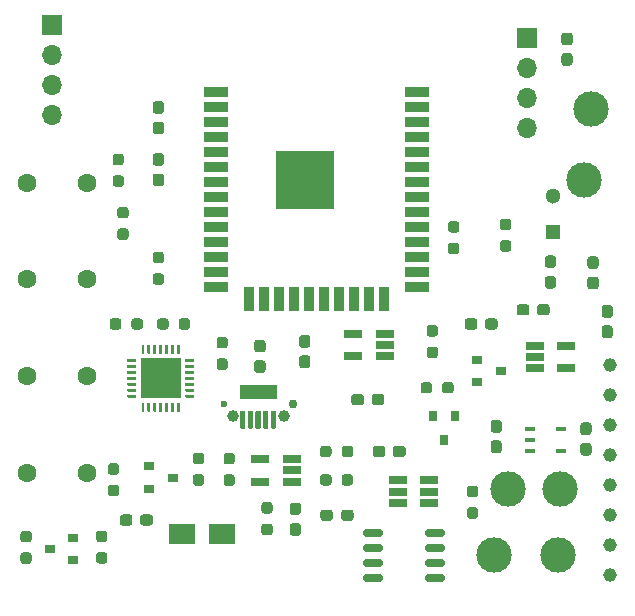
<source format=gbr>
%TF.GenerationSoftware,KiCad,Pcbnew,(5.1.10)-1*%
%TF.CreationDate,2022-02-13T15:16:36-05:00*%
%TF.ProjectId,wristband,77726973-7462-4616-9e64-2e6b69636164,rev?*%
%TF.SameCoordinates,Original*%
%TF.FileFunction,Soldermask,Top*%
%TF.FilePolarity,Negative*%
%FSLAX46Y46*%
G04 Gerber Fmt 4.6, Leading zero omitted, Abs format (unit mm)*
G04 Created by KiCad (PCBNEW (5.1.10)-1) date 2022-02-13 15:16:36*
%MOMM*%
%LPD*%
G01*
G04 APERTURE LIST*
%ADD10C,0.010000*%
%ADD11C,3.000000*%
%ADD12C,0.490000*%
%ADD13C,0.750000*%
%ADD14C,0.600000*%
%ADD15C,1.000000*%
%ADD16C,1.150000*%
%ADD17O,1.700000X1.700000*%
%ADD18R,1.700000X1.700000*%
%ADD19C,1.300000*%
%ADD20R,1.200000X1.200000*%
%ADD21R,2.184400X1.651000*%
%ADD22R,0.800000X0.900000*%
%ADD23R,0.900000X0.800000*%
%ADD24C,1.600000*%
%ADD25R,5.000000X5.000000*%
%ADD26R,2.000000X0.900000*%
%ADD27R,0.900000X2.000000*%
%ADD28R,3.350000X3.350000*%
%ADD29R,1.560000X0.650000*%
%ADD30R,0.914400X0.431800*%
G04 APERTURE END LIST*
D10*
%TO.C,P1*%
G36*
X105348960Y-98350000D02*
G01*
X108350000Y-98350000D01*
X108350000Y-99449654D01*
X105348960Y-99449654D01*
X105348960Y-98350000D01*
G37*
X105348960Y-98350000D02*
X108350000Y-98350000D01*
X108350000Y-99449654D01*
X105348960Y-99449654D01*
X105348960Y-98350000D01*
%TD*%
D11*
%TO.C,TP6*%
X135000000Y-75000000D03*
%TD*%
%TO.C,TP5*%
X126800000Y-112800000D03*
%TD*%
%TO.C,TP4*%
X132400000Y-107200000D03*
%TD*%
%TO.C,TP3*%
X132200000Y-112800000D03*
%TD*%
%TO.C,TP2*%
X128000000Y-107200000D03*
%TD*%
%TO.C,TP1*%
X134400000Y-81000000D03*
%TD*%
D12*
%TO.C,P1*%
X106850000Y-98900000D03*
D13*
X109775000Y-99950000D03*
D14*
X103925000Y-99950000D03*
D15*
X109000000Y-101000000D03*
X104700000Y-101000000D03*
G36*
G01*
X107925000Y-101982500D02*
X107925000Y-100617500D01*
G75*
G02*
X107992500Y-100550000I67500J0D01*
G01*
X108307500Y-100550000D01*
G75*
G02*
X108375000Y-100617500I0J-67500D01*
G01*
X108375000Y-101982500D01*
G75*
G02*
X108307500Y-102050000I-67500J0D01*
G01*
X107992500Y-102050000D01*
G75*
G02*
X107925000Y-101982500I0J67500D01*
G01*
G37*
G36*
G01*
X107275000Y-101982500D02*
X107275000Y-100617500D01*
G75*
G02*
X107342500Y-100550000I67500J0D01*
G01*
X107657500Y-100550000D01*
G75*
G02*
X107725000Y-100617500I0J-67500D01*
G01*
X107725000Y-101982500D01*
G75*
G02*
X107657500Y-102050000I-67500J0D01*
G01*
X107342500Y-102050000D01*
G75*
G02*
X107275000Y-101982500I0J67500D01*
G01*
G37*
G36*
G01*
X106625000Y-101982500D02*
X106625000Y-100617500D01*
G75*
G02*
X106692500Y-100550000I67500J0D01*
G01*
X107007500Y-100550000D01*
G75*
G02*
X107075000Y-100617500I0J-67500D01*
G01*
X107075000Y-101982500D01*
G75*
G02*
X107007500Y-102050000I-67500J0D01*
G01*
X106692500Y-102050000D01*
G75*
G02*
X106625000Y-101982500I0J67500D01*
G01*
G37*
G36*
G01*
X105975000Y-101982500D02*
X105975000Y-100617500D01*
G75*
G02*
X106042500Y-100550000I67500J0D01*
G01*
X106357500Y-100550000D01*
G75*
G02*
X106425000Y-100617500I0J-67500D01*
G01*
X106425000Y-101982500D01*
G75*
G02*
X106357500Y-102050000I-67500J0D01*
G01*
X106042500Y-102050000D01*
G75*
G02*
X105975000Y-101982500I0J67500D01*
G01*
G37*
G36*
G01*
X105325000Y-101982500D02*
X105325000Y-100617500D01*
G75*
G02*
X105392500Y-100550000I67500J0D01*
G01*
X105707500Y-100550000D01*
G75*
G02*
X105775000Y-100617500I0J-67500D01*
G01*
X105775000Y-101982500D01*
G75*
G02*
X105707500Y-102050000I-67500J0D01*
G01*
X105392500Y-102050000D01*
G75*
G02*
X105325000Y-101982500I0J67500D01*
G01*
G37*
%TD*%
D16*
%TO.C,U9*%
X136600000Y-104330000D03*
X136600000Y-101790000D03*
X136600000Y-99250000D03*
X136600000Y-96710000D03*
X136600000Y-106870000D03*
X136600000Y-109410000D03*
X136600000Y-111950000D03*
X136600000Y-114490000D03*
%TD*%
%TO.C,F1*%
G36*
G01*
X131837500Y-88450000D02*
X131362500Y-88450000D01*
G75*
G02*
X131125000Y-88212500I0J237500D01*
G01*
X131125000Y-87637500D01*
G75*
G02*
X131362500Y-87400000I237500J0D01*
G01*
X131837500Y-87400000D01*
G75*
G02*
X132075000Y-87637500I0J-237500D01*
G01*
X132075000Y-88212500D01*
G75*
G02*
X131837500Y-88450000I-237500J0D01*
G01*
G37*
G36*
G01*
X131837500Y-90200000D02*
X131362500Y-90200000D01*
G75*
G02*
X131125000Y-89962500I0J237500D01*
G01*
X131125000Y-89387500D01*
G75*
G02*
X131362500Y-89150000I237500J0D01*
G01*
X131837500Y-89150000D01*
G75*
G02*
X132075000Y-89387500I0J-237500D01*
G01*
X132075000Y-89962500D01*
G75*
G02*
X131837500Y-90200000I-237500J0D01*
G01*
G37*
%TD*%
D17*
%TO.C,J3*%
X129600000Y-76620000D03*
X129600000Y-74080000D03*
X129600000Y-71540000D03*
D18*
X129600000Y-69000000D03*
%TD*%
D17*
%TO.C,J2*%
X89400000Y-75480000D03*
X89400000Y-72940000D03*
X89400000Y-70400000D03*
D18*
X89400000Y-67860000D03*
%TD*%
D19*
%TO.C,BT1*%
X131800000Y-82400000D03*
D20*
X131800000Y-85400000D03*
%TD*%
%TO.C,C1*%
G36*
G01*
X136637500Y-94400000D02*
X136162500Y-94400000D01*
G75*
G02*
X135925000Y-94162500I0J237500D01*
G01*
X135925000Y-93562500D01*
G75*
G02*
X136162500Y-93325000I237500J0D01*
G01*
X136637500Y-93325000D01*
G75*
G02*
X136875000Y-93562500I0J-237500D01*
G01*
X136875000Y-94162500D01*
G75*
G02*
X136637500Y-94400000I-237500J0D01*
G01*
G37*
G36*
G01*
X136637500Y-92675000D02*
X136162500Y-92675000D01*
G75*
G02*
X135925000Y-92437500I0J237500D01*
G01*
X135925000Y-91837500D01*
G75*
G02*
X136162500Y-91600000I237500J0D01*
G01*
X136637500Y-91600000D01*
G75*
G02*
X136875000Y-91837500I0J-237500D01*
G01*
X136875000Y-92437500D01*
G75*
G02*
X136637500Y-92675000I-237500J0D01*
G01*
G37*
%TD*%
%TO.C,C2*%
G36*
G01*
X98162500Y-80462500D02*
X98637500Y-80462500D01*
G75*
G02*
X98875000Y-80700000I0J-237500D01*
G01*
X98875000Y-81300000D01*
G75*
G02*
X98637500Y-81537500I-237500J0D01*
G01*
X98162500Y-81537500D01*
G75*
G02*
X97925000Y-81300000I0J237500D01*
G01*
X97925000Y-80700000D01*
G75*
G02*
X98162500Y-80462500I237500J0D01*
G01*
G37*
G36*
G01*
X98162500Y-78737500D02*
X98637500Y-78737500D01*
G75*
G02*
X98875000Y-78975000I0J-237500D01*
G01*
X98875000Y-79575000D01*
G75*
G02*
X98637500Y-79812500I-237500J0D01*
G01*
X98162500Y-79812500D01*
G75*
G02*
X97925000Y-79575000I0J237500D01*
G01*
X97925000Y-78975000D01*
G75*
G02*
X98162500Y-78737500I237500J0D01*
G01*
G37*
%TD*%
%TO.C,C3*%
G36*
G01*
X98162500Y-74337500D02*
X98637500Y-74337500D01*
G75*
G02*
X98875000Y-74575000I0J-237500D01*
G01*
X98875000Y-75175000D01*
G75*
G02*
X98637500Y-75412500I-237500J0D01*
G01*
X98162500Y-75412500D01*
G75*
G02*
X97925000Y-75175000I0J237500D01*
G01*
X97925000Y-74575000D01*
G75*
G02*
X98162500Y-74337500I237500J0D01*
G01*
G37*
G36*
G01*
X98162500Y-76062500D02*
X98637500Y-76062500D01*
G75*
G02*
X98875000Y-76300000I0J-237500D01*
G01*
X98875000Y-76900000D01*
G75*
G02*
X98637500Y-77137500I-237500J0D01*
G01*
X98162500Y-77137500D01*
G75*
G02*
X97925000Y-76900000I0J237500D01*
G01*
X97925000Y-76300000D01*
G75*
G02*
X98162500Y-76062500I237500J0D01*
G01*
G37*
%TD*%
%TO.C,C4*%
G36*
G01*
X107237500Y-97337500D02*
X106762500Y-97337500D01*
G75*
G02*
X106525000Y-97100000I0J237500D01*
G01*
X106525000Y-96500000D01*
G75*
G02*
X106762500Y-96262500I237500J0D01*
G01*
X107237500Y-96262500D01*
G75*
G02*
X107475000Y-96500000I0J-237500D01*
G01*
X107475000Y-97100000D01*
G75*
G02*
X107237500Y-97337500I-237500J0D01*
G01*
G37*
G36*
G01*
X107237500Y-95612500D02*
X106762500Y-95612500D01*
G75*
G02*
X106525000Y-95375000I0J237500D01*
G01*
X106525000Y-94775000D01*
G75*
G02*
X106762500Y-94537500I237500J0D01*
G01*
X107237500Y-94537500D01*
G75*
G02*
X107475000Y-94775000I0J-237500D01*
G01*
X107475000Y-95375000D01*
G75*
G02*
X107237500Y-95612500I-237500J0D01*
G01*
G37*
%TD*%
%TO.C,C5*%
G36*
G01*
X132762500Y-70262500D02*
X133237500Y-70262500D01*
G75*
G02*
X133475000Y-70500000I0J-237500D01*
G01*
X133475000Y-71100000D01*
G75*
G02*
X133237500Y-71337500I-237500J0D01*
G01*
X132762500Y-71337500D01*
G75*
G02*
X132525000Y-71100000I0J237500D01*
G01*
X132525000Y-70500000D01*
G75*
G02*
X132762500Y-70262500I237500J0D01*
G01*
G37*
G36*
G01*
X132762500Y-68537500D02*
X133237500Y-68537500D01*
G75*
G02*
X133475000Y-68775000I0J-237500D01*
G01*
X133475000Y-69375000D01*
G75*
G02*
X133237500Y-69612500I-237500J0D01*
G01*
X132762500Y-69612500D01*
G75*
G02*
X132525000Y-69375000I0J237500D01*
G01*
X132525000Y-68775000D01*
G75*
G02*
X132762500Y-68537500I237500J0D01*
G01*
G37*
%TD*%
%TO.C,C6*%
G36*
G01*
X118262500Y-104237500D02*
X118262500Y-103762500D01*
G75*
G02*
X118500000Y-103525000I237500J0D01*
G01*
X119100000Y-103525000D01*
G75*
G02*
X119337500Y-103762500I0J-237500D01*
G01*
X119337500Y-104237500D01*
G75*
G02*
X119100000Y-104475000I-237500J0D01*
G01*
X118500000Y-104475000D01*
G75*
G02*
X118262500Y-104237500I0J237500D01*
G01*
G37*
G36*
G01*
X116537500Y-104237500D02*
X116537500Y-103762500D01*
G75*
G02*
X116775000Y-103525000I237500J0D01*
G01*
X117375000Y-103525000D01*
G75*
G02*
X117612500Y-103762500I0J-237500D01*
G01*
X117612500Y-104237500D01*
G75*
G02*
X117375000Y-104475000I-237500J0D01*
G01*
X116775000Y-104475000D01*
G75*
G02*
X116537500Y-104237500I0J237500D01*
G01*
G37*
%TD*%
%TO.C,C7*%
G36*
G01*
X117537500Y-99362500D02*
X117537500Y-99837500D01*
G75*
G02*
X117300000Y-100075000I-237500J0D01*
G01*
X116700000Y-100075000D01*
G75*
G02*
X116462500Y-99837500I0J237500D01*
G01*
X116462500Y-99362500D01*
G75*
G02*
X116700000Y-99125000I237500J0D01*
G01*
X117300000Y-99125000D01*
G75*
G02*
X117537500Y-99362500I0J-237500D01*
G01*
G37*
G36*
G01*
X115812500Y-99362500D02*
X115812500Y-99837500D01*
G75*
G02*
X115575000Y-100075000I-237500J0D01*
G01*
X114975000Y-100075000D01*
G75*
G02*
X114737500Y-99837500I0J237500D01*
G01*
X114737500Y-99362500D01*
G75*
G02*
X114975000Y-99125000I237500J0D01*
G01*
X115575000Y-99125000D01*
G75*
G02*
X115812500Y-99362500I0J-237500D01*
G01*
G37*
%TD*%
%TO.C,C8*%
G36*
G01*
X127137500Y-92962500D02*
X127137500Y-93437500D01*
G75*
G02*
X126900000Y-93675000I-237500J0D01*
G01*
X126300000Y-93675000D01*
G75*
G02*
X126062500Y-93437500I0J237500D01*
G01*
X126062500Y-92962500D01*
G75*
G02*
X126300000Y-92725000I237500J0D01*
G01*
X126900000Y-92725000D01*
G75*
G02*
X127137500Y-92962500I0J-237500D01*
G01*
G37*
G36*
G01*
X125412500Y-92962500D02*
X125412500Y-93437500D01*
G75*
G02*
X125175000Y-93675000I-237500J0D01*
G01*
X124575000Y-93675000D01*
G75*
G02*
X124337500Y-93437500I0J237500D01*
G01*
X124337500Y-92962500D01*
G75*
G02*
X124575000Y-92725000I237500J0D01*
G01*
X125175000Y-92725000D01*
G75*
G02*
X125412500Y-92962500I0J-237500D01*
G01*
G37*
%TD*%
%TO.C,C9*%
G36*
G01*
X131537500Y-91762500D02*
X131537500Y-92237500D01*
G75*
G02*
X131300000Y-92475000I-237500J0D01*
G01*
X130700000Y-92475000D01*
G75*
G02*
X130462500Y-92237500I0J237500D01*
G01*
X130462500Y-91762500D01*
G75*
G02*
X130700000Y-91525000I237500J0D01*
G01*
X131300000Y-91525000D01*
G75*
G02*
X131537500Y-91762500I0J-237500D01*
G01*
G37*
G36*
G01*
X129812500Y-91762500D02*
X129812500Y-92237500D01*
G75*
G02*
X129575000Y-92475000I-237500J0D01*
G01*
X128975000Y-92475000D01*
G75*
G02*
X128737500Y-92237500I0J237500D01*
G01*
X128737500Y-91762500D01*
G75*
G02*
X128975000Y-91525000I237500J0D01*
G01*
X129575000Y-91525000D01*
G75*
G02*
X129812500Y-91762500I0J-237500D01*
G01*
G37*
%TD*%
%TO.C,C10*%
G36*
G01*
X135437500Y-88537500D02*
X134962500Y-88537500D01*
G75*
G02*
X134725000Y-88300000I0J237500D01*
G01*
X134725000Y-87700000D01*
G75*
G02*
X134962500Y-87462500I237500J0D01*
G01*
X135437500Y-87462500D01*
G75*
G02*
X135675000Y-87700000I0J-237500D01*
G01*
X135675000Y-88300000D01*
G75*
G02*
X135437500Y-88537500I-237500J0D01*
G01*
G37*
G36*
G01*
X135437500Y-90262500D02*
X134962500Y-90262500D01*
G75*
G02*
X134725000Y-90025000I0J237500D01*
G01*
X134725000Y-89425000D01*
G75*
G02*
X134962500Y-89187500I237500J0D01*
G01*
X135437500Y-89187500D01*
G75*
G02*
X135675000Y-89425000I0J-237500D01*
G01*
X135675000Y-90025000D01*
G75*
G02*
X135437500Y-90262500I-237500J0D01*
G01*
G37*
%TD*%
%TO.C,C11*%
G36*
G01*
X126762500Y-103062500D02*
X127237500Y-103062500D01*
G75*
G02*
X127475000Y-103300000I0J-237500D01*
G01*
X127475000Y-103900000D01*
G75*
G02*
X127237500Y-104137500I-237500J0D01*
G01*
X126762500Y-104137500D01*
G75*
G02*
X126525000Y-103900000I0J237500D01*
G01*
X126525000Y-103300000D01*
G75*
G02*
X126762500Y-103062500I237500J0D01*
G01*
G37*
G36*
G01*
X126762500Y-101337500D02*
X127237500Y-101337500D01*
G75*
G02*
X127475000Y-101575000I0J-237500D01*
G01*
X127475000Y-102175000D01*
G75*
G02*
X127237500Y-102412500I-237500J0D01*
G01*
X126762500Y-102412500D01*
G75*
G02*
X126525000Y-102175000I0J237500D01*
G01*
X126525000Y-101575000D01*
G75*
G02*
X126762500Y-101337500I237500J0D01*
G01*
G37*
%TD*%
%TO.C,C12*%
G36*
G01*
X134362500Y-103262500D02*
X134837500Y-103262500D01*
G75*
G02*
X135075000Y-103500000I0J-237500D01*
G01*
X135075000Y-104100000D01*
G75*
G02*
X134837500Y-104337500I-237500J0D01*
G01*
X134362500Y-104337500D01*
G75*
G02*
X134125000Y-104100000I0J237500D01*
G01*
X134125000Y-103500000D01*
G75*
G02*
X134362500Y-103262500I237500J0D01*
G01*
G37*
G36*
G01*
X134362500Y-101537500D02*
X134837500Y-101537500D01*
G75*
G02*
X135075000Y-101775000I0J-237500D01*
G01*
X135075000Y-102375000D01*
G75*
G02*
X134837500Y-102612500I-237500J0D01*
G01*
X134362500Y-102612500D01*
G75*
G02*
X134125000Y-102375000I0J237500D01*
G01*
X134125000Y-101775000D01*
G75*
G02*
X134362500Y-101537500I237500J0D01*
G01*
G37*
%TD*%
%TO.C,C13*%
G36*
G01*
X111037500Y-95212500D02*
X110562500Y-95212500D01*
G75*
G02*
X110325000Y-94975000I0J237500D01*
G01*
X110325000Y-94375000D01*
G75*
G02*
X110562500Y-94137500I237500J0D01*
G01*
X111037500Y-94137500D01*
G75*
G02*
X111275000Y-94375000I0J-237500D01*
G01*
X111275000Y-94975000D01*
G75*
G02*
X111037500Y-95212500I-237500J0D01*
G01*
G37*
G36*
G01*
X111037500Y-96937500D02*
X110562500Y-96937500D01*
G75*
G02*
X110325000Y-96700000I0J237500D01*
G01*
X110325000Y-96100000D01*
G75*
G02*
X110562500Y-95862500I237500J0D01*
G01*
X111037500Y-95862500D01*
G75*
G02*
X111275000Y-96100000I0J-237500D01*
G01*
X111275000Y-96700000D01*
G75*
G02*
X111037500Y-96937500I-237500J0D01*
G01*
G37*
%TD*%
%TO.C,C14*%
G36*
G01*
X97937500Y-109562500D02*
X97937500Y-110037500D01*
G75*
G02*
X97700000Y-110275000I-237500J0D01*
G01*
X97100000Y-110275000D01*
G75*
G02*
X96862500Y-110037500I0J237500D01*
G01*
X96862500Y-109562500D01*
G75*
G02*
X97100000Y-109325000I237500J0D01*
G01*
X97700000Y-109325000D01*
G75*
G02*
X97937500Y-109562500I0J-237500D01*
G01*
G37*
G36*
G01*
X96212500Y-109562500D02*
X96212500Y-110037500D01*
G75*
G02*
X95975000Y-110275000I-237500J0D01*
G01*
X95375000Y-110275000D01*
G75*
G02*
X95137500Y-110037500I0J237500D01*
G01*
X95137500Y-109562500D01*
G75*
G02*
X95375000Y-109325000I237500J0D01*
G01*
X95975000Y-109325000D01*
G75*
G02*
X96212500Y-109562500I0J-237500D01*
G01*
G37*
%TD*%
D21*
%TO.C,D1*%
X103800000Y-111000000D03*
X100396400Y-111000000D03*
%TD*%
%TO.C,D2*%
G36*
G01*
X112125000Y-109637500D02*
X112125000Y-109162500D01*
G75*
G02*
X112362500Y-108925000I237500J0D01*
G01*
X112937500Y-108925000D01*
G75*
G02*
X113175000Y-109162500I0J-237500D01*
G01*
X113175000Y-109637500D01*
G75*
G02*
X112937500Y-109875000I-237500J0D01*
G01*
X112362500Y-109875000D01*
G75*
G02*
X112125000Y-109637500I0J237500D01*
G01*
G37*
G36*
G01*
X113875000Y-109637500D02*
X113875000Y-109162500D01*
G75*
G02*
X114112500Y-108925000I237500J0D01*
G01*
X114687500Y-108925000D01*
G75*
G02*
X114925000Y-109162500I0J-237500D01*
G01*
X114925000Y-109637500D01*
G75*
G02*
X114687500Y-109875000I-237500J0D01*
G01*
X114112500Y-109875000D01*
G75*
G02*
X113875000Y-109637500I0J237500D01*
G01*
G37*
%TD*%
%TO.C,D3*%
G36*
G01*
X109762500Y-110075000D02*
X110237500Y-110075000D01*
G75*
G02*
X110475000Y-110312500I0J-237500D01*
G01*
X110475000Y-110887500D01*
G75*
G02*
X110237500Y-111125000I-237500J0D01*
G01*
X109762500Y-111125000D01*
G75*
G02*
X109525000Y-110887500I0J237500D01*
G01*
X109525000Y-110312500D01*
G75*
G02*
X109762500Y-110075000I237500J0D01*
G01*
G37*
G36*
G01*
X109762500Y-108325000D02*
X110237500Y-108325000D01*
G75*
G02*
X110475000Y-108562500I0J-237500D01*
G01*
X110475000Y-109137500D01*
G75*
G02*
X110237500Y-109375000I-237500J0D01*
G01*
X109762500Y-109375000D01*
G75*
G02*
X109525000Y-109137500I0J237500D01*
G01*
X109525000Y-108562500D01*
G75*
G02*
X109762500Y-108325000I237500J0D01*
G01*
G37*
%TD*%
D22*
%TO.C,Q1*%
X122600000Y-103000000D03*
X121650000Y-101000000D03*
X123550000Y-101000000D03*
%TD*%
D23*
%TO.C,Q2*%
X125400000Y-96250000D03*
X125400000Y-98150000D03*
X127400000Y-97200000D03*
%TD*%
%TO.C,Q3*%
X91200000Y-113200000D03*
X91200000Y-111300000D03*
X89200000Y-112250000D03*
%TD*%
%TO.C,Q4*%
X99600000Y-106200000D03*
X97600000Y-107150000D03*
X97600000Y-105250000D03*
%TD*%
%TO.C,R1*%
G36*
G01*
X123162500Y-84487500D02*
X123637500Y-84487500D01*
G75*
G02*
X123875000Y-84725000I0J-237500D01*
G01*
X123875000Y-85225000D01*
G75*
G02*
X123637500Y-85462500I-237500J0D01*
G01*
X123162500Y-85462500D01*
G75*
G02*
X122925000Y-85225000I0J237500D01*
G01*
X122925000Y-84725000D01*
G75*
G02*
X123162500Y-84487500I237500J0D01*
G01*
G37*
G36*
G01*
X123162500Y-86312500D02*
X123637500Y-86312500D01*
G75*
G02*
X123875000Y-86550000I0J-237500D01*
G01*
X123875000Y-87050000D01*
G75*
G02*
X123637500Y-87287500I-237500J0D01*
G01*
X123162500Y-87287500D01*
G75*
G02*
X122925000Y-87050000I0J237500D01*
G01*
X122925000Y-86550000D01*
G75*
G02*
X123162500Y-86312500I237500J0D01*
G01*
G37*
%TD*%
%TO.C,R2*%
G36*
G01*
X97087500Y-92962500D02*
X97087500Y-93437500D01*
G75*
G02*
X96850000Y-93675000I-237500J0D01*
G01*
X96350000Y-93675000D01*
G75*
G02*
X96112500Y-93437500I0J237500D01*
G01*
X96112500Y-92962500D01*
G75*
G02*
X96350000Y-92725000I237500J0D01*
G01*
X96850000Y-92725000D01*
G75*
G02*
X97087500Y-92962500I0J-237500D01*
G01*
G37*
G36*
G01*
X95262500Y-92962500D02*
X95262500Y-93437500D01*
G75*
G02*
X95025000Y-93675000I-237500J0D01*
G01*
X94525000Y-93675000D01*
G75*
G02*
X94287500Y-93437500I0J237500D01*
G01*
X94287500Y-92962500D01*
G75*
G02*
X94525000Y-92725000I237500J0D01*
G01*
X95025000Y-92725000D01*
G75*
G02*
X95262500Y-92962500I0J-237500D01*
G01*
G37*
%TD*%
%TO.C,R3*%
G36*
G01*
X99262500Y-92962500D02*
X99262500Y-93437500D01*
G75*
G02*
X99025000Y-93675000I-237500J0D01*
G01*
X98525000Y-93675000D01*
G75*
G02*
X98287500Y-93437500I0J237500D01*
G01*
X98287500Y-92962500D01*
G75*
G02*
X98525000Y-92725000I237500J0D01*
G01*
X99025000Y-92725000D01*
G75*
G02*
X99262500Y-92962500I0J-237500D01*
G01*
G37*
G36*
G01*
X101087500Y-92962500D02*
X101087500Y-93437500D01*
G75*
G02*
X100850000Y-93675000I-237500J0D01*
G01*
X100350000Y-93675000D01*
G75*
G02*
X100112500Y-93437500I0J237500D01*
G01*
X100112500Y-92962500D01*
G75*
G02*
X100350000Y-92725000I237500J0D01*
G01*
X100850000Y-92725000D01*
G75*
G02*
X101087500Y-92962500I0J-237500D01*
G01*
G37*
%TD*%
%TO.C,R4*%
G36*
G01*
X103562500Y-96112500D02*
X104037500Y-96112500D01*
G75*
G02*
X104275000Y-96350000I0J-237500D01*
G01*
X104275000Y-96850000D01*
G75*
G02*
X104037500Y-97087500I-237500J0D01*
G01*
X103562500Y-97087500D01*
G75*
G02*
X103325000Y-96850000I0J237500D01*
G01*
X103325000Y-96350000D01*
G75*
G02*
X103562500Y-96112500I237500J0D01*
G01*
G37*
G36*
G01*
X103562500Y-94287500D02*
X104037500Y-94287500D01*
G75*
G02*
X104275000Y-94525000I0J-237500D01*
G01*
X104275000Y-95025000D01*
G75*
G02*
X104037500Y-95262500I-237500J0D01*
G01*
X103562500Y-95262500D01*
G75*
G02*
X103325000Y-95025000I0J237500D01*
G01*
X103325000Y-94525000D01*
G75*
G02*
X103562500Y-94287500I237500J0D01*
G01*
G37*
%TD*%
%TO.C,R5*%
G36*
G01*
X121837500Y-96087500D02*
X121362500Y-96087500D01*
G75*
G02*
X121125000Y-95850000I0J237500D01*
G01*
X121125000Y-95350000D01*
G75*
G02*
X121362500Y-95112500I237500J0D01*
G01*
X121837500Y-95112500D01*
G75*
G02*
X122075000Y-95350000I0J-237500D01*
G01*
X122075000Y-95850000D01*
G75*
G02*
X121837500Y-96087500I-237500J0D01*
G01*
G37*
G36*
G01*
X121837500Y-94262500D02*
X121362500Y-94262500D01*
G75*
G02*
X121125000Y-94025000I0J237500D01*
G01*
X121125000Y-93525000D01*
G75*
G02*
X121362500Y-93287500I237500J0D01*
G01*
X121837500Y-93287500D01*
G75*
G02*
X122075000Y-93525000I0J-237500D01*
G01*
X122075000Y-94025000D01*
G75*
G02*
X121837500Y-94262500I-237500J0D01*
G01*
G37*
%TD*%
%TO.C,R6*%
G36*
G01*
X122425000Y-98837500D02*
X122425000Y-98362500D01*
G75*
G02*
X122662500Y-98125000I237500J0D01*
G01*
X123162500Y-98125000D01*
G75*
G02*
X123400000Y-98362500I0J-237500D01*
G01*
X123400000Y-98837500D01*
G75*
G02*
X123162500Y-99075000I-237500J0D01*
G01*
X122662500Y-99075000D01*
G75*
G02*
X122425000Y-98837500I0J237500D01*
G01*
G37*
G36*
G01*
X120600000Y-98837500D02*
X120600000Y-98362500D01*
G75*
G02*
X120837500Y-98125000I237500J0D01*
G01*
X121337500Y-98125000D01*
G75*
G02*
X121575000Y-98362500I0J-237500D01*
G01*
X121575000Y-98837500D01*
G75*
G02*
X121337500Y-99075000I-237500J0D01*
G01*
X120837500Y-99075000D01*
G75*
G02*
X120600000Y-98837500I0J237500D01*
G01*
G37*
%TD*%
%TO.C,R7*%
G36*
G01*
X102037500Y-106887500D02*
X101562500Y-106887500D01*
G75*
G02*
X101325000Y-106650000I0J237500D01*
G01*
X101325000Y-106150000D01*
G75*
G02*
X101562500Y-105912500I237500J0D01*
G01*
X102037500Y-105912500D01*
G75*
G02*
X102275000Y-106150000I0J-237500D01*
G01*
X102275000Y-106650000D01*
G75*
G02*
X102037500Y-106887500I-237500J0D01*
G01*
G37*
G36*
G01*
X102037500Y-105062500D02*
X101562500Y-105062500D01*
G75*
G02*
X101325000Y-104825000I0J237500D01*
G01*
X101325000Y-104325000D01*
G75*
G02*
X101562500Y-104087500I237500J0D01*
G01*
X102037500Y-104087500D01*
G75*
G02*
X102275000Y-104325000I0J-237500D01*
G01*
X102275000Y-104825000D01*
G75*
G02*
X102037500Y-105062500I-237500J0D01*
G01*
G37*
%TD*%
%TO.C,R8*%
G36*
G01*
X104637500Y-106912500D02*
X104162500Y-106912500D01*
G75*
G02*
X103925000Y-106675000I0J237500D01*
G01*
X103925000Y-106175000D01*
G75*
G02*
X104162500Y-105937500I237500J0D01*
G01*
X104637500Y-105937500D01*
G75*
G02*
X104875000Y-106175000I0J-237500D01*
G01*
X104875000Y-106675000D01*
G75*
G02*
X104637500Y-106912500I-237500J0D01*
G01*
G37*
G36*
G01*
X104637500Y-105087500D02*
X104162500Y-105087500D01*
G75*
G02*
X103925000Y-104850000I0J237500D01*
G01*
X103925000Y-104350000D01*
G75*
G02*
X104162500Y-104112500I237500J0D01*
G01*
X104637500Y-104112500D01*
G75*
G02*
X104875000Y-104350000I0J-237500D01*
G01*
X104875000Y-104850000D01*
G75*
G02*
X104637500Y-105087500I-237500J0D01*
G01*
G37*
%TD*%
%TO.C,R9*%
G36*
G01*
X112087500Y-106637500D02*
X112087500Y-106162500D01*
G75*
G02*
X112325000Y-105925000I237500J0D01*
G01*
X112825000Y-105925000D01*
G75*
G02*
X113062500Y-106162500I0J-237500D01*
G01*
X113062500Y-106637500D01*
G75*
G02*
X112825000Y-106875000I-237500J0D01*
G01*
X112325000Y-106875000D01*
G75*
G02*
X112087500Y-106637500I0J237500D01*
G01*
G37*
G36*
G01*
X113912500Y-106637500D02*
X113912500Y-106162500D01*
G75*
G02*
X114150000Y-105925000I237500J0D01*
G01*
X114650000Y-105925000D01*
G75*
G02*
X114887500Y-106162500I0J-237500D01*
G01*
X114887500Y-106637500D01*
G75*
G02*
X114650000Y-106875000I-237500J0D01*
G01*
X114150000Y-106875000D01*
G75*
G02*
X113912500Y-106637500I0J237500D01*
G01*
G37*
%TD*%
%TO.C,R10*%
G36*
G01*
X107362500Y-110112500D02*
X107837500Y-110112500D01*
G75*
G02*
X108075000Y-110350000I0J-237500D01*
G01*
X108075000Y-110850000D01*
G75*
G02*
X107837500Y-111087500I-237500J0D01*
G01*
X107362500Y-111087500D01*
G75*
G02*
X107125000Y-110850000I0J237500D01*
G01*
X107125000Y-110350000D01*
G75*
G02*
X107362500Y-110112500I237500J0D01*
G01*
G37*
G36*
G01*
X107362500Y-108287500D02*
X107837500Y-108287500D01*
G75*
G02*
X108075000Y-108525000I0J-237500D01*
G01*
X108075000Y-109025000D01*
G75*
G02*
X107837500Y-109262500I-237500J0D01*
G01*
X107362500Y-109262500D01*
G75*
G02*
X107125000Y-109025000I0J237500D01*
G01*
X107125000Y-108525000D01*
G75*
G02*
X107362500Y-108287500I237500J0D01*
G01*
G37*
%TD*%
%TO.C,R11*%
G36*
G01*
X95162500Y-85112500D02*
X95637500Y-85112500D01*
G75*
G02*
X95875000Y-85350000I0J-237500D01*
G01*
X95875000Y-85850000D01*
G75*
G02*
X95637500Y-86087500I-237500J0D01*
G01*
X95162500Y-86087500D01*
G75*
G02*
X94925000Y-85850000I0J237500D01*
G01*
X94925000Y-85350000D01*
G75*
G02*
X95162500Y-85112500I237500J0D01*
G01*
G37*
G36*
G01*
X95162500Y-83287500D02*
X95637500Y-83287500D01*
G75*
G02*
X95875000Y-83525000I0J-237500D01*
G01*
X95875000Y-84025000D01*
G75*
G02*
X95637500Y-84262500I-237500J0D01*
G01*
X95162500Y-84262500D01*
G75*
G02*
X94925000Y-84025000I0J237500D01*
G01*
X94925000Y-83525000D01*
G75*
G02*
X95162500Y-83287500I237500J0D01*
G01*
G37*
%TD*%
%TO.C,R12*%
G36*
G01*
X98637500Y-88062500D02*
X98162500Y-88062500D01*
G75*
G02*
X97925000Y-87825000I0J237500D01*
G01*
X97925000Y-87325000D01*
G75*
G02*
X98162500Y-87087500I237500J0D01*
G01*
X98637500Y-87087500D01*
G75*
G02*
X98875000Y-87325000I0J-237500D01*
G01*
X98875000Y-87825000D01*
G75*
G02*
X98637500Y-88062500I-237500J0D01*
G01*
G37*
G36*
G01*
X98637500Y-89887500D02*
X98162500Y-89887500D01*
G75*
G02*
X97925000Y-89650000I0J237500D01*
G01*
X97925000Y-89150000D01*
G75*
G02*
X98162500Y-88912500I237500J0D01*
G01*
X98637500Y-88912500D01*
G75*
G02*
X98875000Y-89150000I0J-237500D01*
G01*
X98875000Y-89650000D01*
G75*
G02*
X98637500Y-89887500I-237500J0D01*
G01*
G37*
%TD*%
%TO.C,R13*%
G36*
G01*
X95237500Y-81587500D02*
X94762500Y-81587500D01*
G75*
G02*
X94525000Y-81350000I0J237500D01*
G01*
X94525000Y-80850000D01*
G75*
G02*
X94762500Y-80612500I237500J0D01*
G01*
X95237500Y-80612500D01*
G75*
G02*
X95475000Y-80850000I0J-237500D01*
G01*
X95475000Y-81350000D01*
G75*
G02*
X95237500Y-81587500I-237500J0D01*
G01*
G37*
G36*
G01*
X95237500Y-79762500D02*
X94762500Y-79762500D01*
G75*
G02*
X94525000Y-79525000I0J237500D01*
G01*
X94525000Y-79025000D01*
G75*
G02*
X94762500Y-78787500I237500J0D01*
G01*
X95237500Y-78787500D01*
G75*
G02*
X95475000Y-79025000I0J-237500D01*
G01*
X95475000Y-79525000D01*
G75*
G02*
X95237500Y-79762500I-237500J0D01*
G01*
G37*
%TD*%
%TO.C,R14*%
G36*
G01*
X93837500Y-113487500D02*
X93362500Y-113487500D01*
G75*
G02*
X93125000Y-113250000I0J237500D01*
G01*
X93125000Y-112750000D01*
G75*
G02*
X93362500Y-112512500I237500J0D01*
G01*
X93837500Y-112512500D01*
G75*
G02*
X94075000Y-112750000I0J-237500D01*
G01*
X94075000Y-113250000D01*
G75*
G02*
X93837500Y-113487500I-237500J0D01*
G01*
G37*
G36*
G01*
X93837500Y-111662500D02*
X93362500Y-111662500D01*
G75*
G02*
X93125000Y-111425000I0J237500D01*
G01*
X93125000Y-110925000D01*
G75*
G02*
X93362500Y-110687500I237500J0D01*
G01*
X93837500Y-110687500D01*
G75*
G02*
X94075000Y-110925000I0J-237500D01*
G01*
X94075000Y-111425000D01*
G75*
G02*
X93837500Y-111662500I-237500J0D01*
G01*
G37*
%TD*%
%TO.C,R15*%
G36*
G01*
X94362500Y-106825000D02*
X94837500Y-106825000D01*
G75*
G02*
X95075000Y-107062500I0J-237500D01*
G01*
X95075000Y-107562500D01*
G75*
G02*
X94837500Y-107800000I-237500J0D01*
G01*
X94362500Y-107800000D01*
G75*
G02*
X94125000Y-107562500I0J237500D01*
G01*
X94125000Y-107062500D01*
G75*
G02*
X94362500Y-106825000I237500J0D01*
G01*
G37*
G36*
G01*
X94362500Y-105000000D02*
X94837500Y-105000000D01*
G75*
G02*
X95075000Y-105237500I0J-237500D01*
G01*
X95075000Y-105737500D01*
G75*
G02*
X94837500Y-105975000I-237500J0D01*
G01*
X94362500Y-105975000D01*
G75*
G02*
X94125000Y-105737500I0J237500D01*
G01*
X94125000Y-105237500D01*
G75*
G02*
X94362500Y-105000000I237500J0D01*
G01*
G37*
%TD*%
%TO.C,R16*%
G36*
G01*
X86962500Y-110712500D02*
X87437500Y-110712500D01*
G75*
G02*
X87675000Y-110950000I0J-237500D01*
G01*
X87675000Y-111450000D01*
G75*
G02*
X87437500Y-111687500I-237500J0D01*
G01*
X86962500Y-111687500D01*
G75*
G02*
X86725000Y-111450000I0J237500D01*
G01*
X86725000Y-110950000D01*
G75*
G02*
X86962500Y-110712500I237500J0D01*
G01*
G37*
G36*
G01*
X86962500Y-112537500D02*
X87437500Y-112537500D01*
G75*
G02*
X87675000Y-112775000I0J-237500D01*
G01*
X87675000Y-113275000D01*
G75*
G02*
X87437500Y-113512500I-237500J0D01*
G01*
X86962500Y-113512500D01*
G75*
G02*
X86725000Y-113275000I0J237500D01*
G01*
X86725000Y-112775000D01*
G75*
G02*
X86962500Y-112537500I237500J0D01*
G01*
G37*
%TD*%
%TO.C,R17*%
G36*
G01*
X128037500Y-85262500D02*
X127562500Y-85262500D01*
G75*
G02*
X127325000Y-85025000I0J237500D01*
G01*
X127325000Y-84525000D01*
G75*
G02*
X127562500Y-84287500I237500J0D01*
G01*
X128037500Y-84287500D01*
G75*
G02*
X128275000Y-84525000I0J-237500D01*
G01*
X128275000Y-85025000D01*
G75*
G02*
X128037500Y-85262500I-237500J0D01*
G01*
G37*
G36*
G01*
X128037500Y-87087500D02*
X127562500Y-87087500D01*
G75*
G02*
X127325000Y-86850000I0J237500D01*
G01*
X127325000Y-86350000D01*
G75*
G02*
X127562500Y-86112500I237500J0D01*
G01*
X128037500Y-86112500D01*
G75*
G02*
X128275000Y-86350000I0J-237500D01*
G01*
X128275000Y-86850000D01*
G75*
G02*
X128037500Y-87087500I-237500J0D01*
G01*
G37*
%TD*%
%TO.C,R18*%
G36*
G01*
X125237500Y-107862500D02*
X124762500Y-107862500D01*
G75*
G02*
X124525000Y-107625000I0J237500D01*
G01*
X124525000Y-107125000D01*
G75*
G02*
X124762500Y-106887500I237500J0D01*
G01*
X125237500Y-106887500D01*
G75*
G02*
X125475000Y-107125000I0J-237500D01*
G01*
X125475000Y-107625000D01*
G75*
G02*
X125237500Y-107862500I-237500J0D01*
G01*
G37*
G36*
G01*
X125237500Y-109687500D02*
X124762500Y-109687500D01*
G75*
G02*
X124525000Y-109450000I0J237500D01*
G01*
X124525000Y-108950000D01*
G75*
G02*
X124762500Y-108712500I237500J0D01*
G01*
X125237500Y-108712500D01*
G75*
G02*
X125475000Y-108950000I0J-237500D01*
G01*
X125475000Y-109450000D01*
G75*
G02*
X125237500Y-109687500I-237500J0D01*
G01*
G37*
%TD*%
%TO.C,R19*%
G36*
G01*
X112087500Y-104237500D02*
X112087500Y-103762500D01*
G75*
G02*
X112325000Y-103525000I237500J0D01*
G01*
X112825000Y-103525000D01*
G75*
G02*
X113062500Y-103762500I0J-237500D01*
G01*
X113062500Y-104237500D01*
G75*
G02*
X112825000Y-104475000I-237500J0D01*
G01*
X112325000Y-104475000D01*
G75*
G02*
X112087500Y-104237500I0J237500D01*
G01*
G37*
G36*
G01*
X113912500Y-104237500D02*
X113912500Y-103762500D01*
G75*
G02*
X114150000Y-103525000I237500J0D01*
G01*
X114650000Y-103525000D01*
G75*
G02*
X114887500Y-103762500I0J-237500D01*
G01*
X114887500Y-104237500D01*
G75*
G02*
X114650000Y-104475000I-237500J0D01*
G01*
X114150000Y-104475000D01*
G75*
G02*
X113912500Y-104237500I0J237500D01*
G01*
G37*
%TD*%
D24*
%TO.C,SW1*%
X87260000Y-89400000D03*
X92340000Y-89400000D03*
%TD*%
%TO.C,SW2*%
X92340000Y-97600000D03*
X87260000Y-97600000D03*
%TD*%
%TO.C,SW3*%
X87260000Y-81300000D03*
X92340000Y-81300000D03*
%TD*%
%TO.C,SW4*%
X92340000Y-105800000D03*
X87260000Y-105800000D03*
%TD*%
D25*
%TO.C,U1*%
X110800000Y-81045000D03*
D26*
X103300000Y-73545000D03*
X103300000Y-74815000D03*
X103300000Y-76085000D03*
X103300000Y-77355000D03*
X103300000Y-78625000D03*
X103300000Y-79895000D03*
X103300000Y-81165000D03*
X103300000Y-82435000D03*
X103300000Y-83705000D03*
X103300000Y-84975000D03*
X103300000Y-86245000D03*
X103300000Y-87515000D03*
X103300000Y-88785000D03*
X103300000Y-90055000D03*
D27*
X106085000Y-91055000D03*
X107355000Y-91055000D03*
X108625000Y-91055000D03*
X109895000Y-91055000D03*
X111165000Y-91055000D03*
X112435000Y-91055000D03*
X113705000Y-91055000D03*
X114975000Y-91055000D03*
X116245000Y-91055000D03*
X117515000Y-91055000D03*
D26*
X120300000Y-90055000D03*
X120300000Y-88785000D03*
X120300000Y-87515000D03*
X120300000Y-86245000D03*
X120300000Y-84975000D03*
X120300000Y-83705000D03*
X120300000Y-82435000D03*
X120300000Y-81165000D03*
X120300000Y-79895000D03*
X120300000Y-78625000D03*
X120300000Y-77355000D03*
X120300000Y-76085000D03*
X120300000Y-74815000D03*
X120300000Y-73545000D03*
%TD*%
%TO.C,U2*%
G36*
G01*
X101450000Y-99237500D02*
X101450000Y-99362500D01*
G75*
G02*
X101387500Y-99425000I-62500J0D01*
G01*
X100712500Y-99425000D01*
G75*
G02*
X100650000Y-99362500I0J62500D01*
G01*
X100650000Y-99237500D01*
G75*
G02*
X100712500Y-99175000I62500J0D01*
G01*
X101387500Y-99175000D01*
G75*
G02*
X101450000Y-99237500I0J-62500D01*
G01*
G37*
G36*
G01*
X101450000Y-98737500D02*
X101450000Y-98862500D01*
G75*
G02*
X101387500Y-98925000I-62500J0D01*
G01*
X100712500Y-98925000D01*
G75*
G02*
X100650000Y-98862500I0J62500D01*
G01*
X100650000Y-98737500D01*
G75*
G02*
X100712500Y-98675000I62500J0D01*
G01*
X101387500Y-98675000D01*
G75*
G02*
X101450000Y-98737500I0J-62500D01*
G01*
G37*
G36*
G01*
X101450000Y-98237500D02*
X101450000Y-98362500D01*
G75*
G02*
X101387500Y-98425000I-62500J0D01*
G01*
X100712500Y-98425000D01*
G75*
G02*
X100650000Y-98362500I0J62500D01*
G01*
X100650000Y-98237500D01*
G75*
G02*
X100712500Y-98175000I62500J0D01*
G01*
X101387500Y-98175000D01*
G75*
G02*
X101450000Y-98237500I0J-62500D01*
G01*
G37*
G36*
G01*
X101450000Y-97737500D02*
X101450000Y-97862500D01*
G75*
G02*
X101387500Y-97925000I-62500J0D01*
G01*
X100712500Y-97925000D01*
G75*
G02*
X100650000Y-97862500I0J62500D01*
G01*
X100650000Y-97737500D01*
G75*
G02*
X100712500Y-97675000I62500J0D01*
G01*
X101387500Y-97675000D01*
G75*
G02*
X101450000Y-97737500I0J-62500D01*
G01*
G37*
G36*
G01*
X101450000Y-97237500D02*
X101450000Y-97362500D01*
G75*
G02*
X101387500Y-97425000I-62500J0D01*
G01*
X100712500Y-97425000D01*
G75*
G02*
X100650000Y-97362500I0J62500D01*
G01*
X100650000Y-97237500D01*
G75*
G02*
X100712500Y-97175000I62500J0D01*
G01*
X101387500Y-97175000D01*
G75*
G02*
X101450000Y-97237500I0J-62500D01*
G01*
G37*
G36*
G01*
X101450000Y-96737500D02*
X101450000Y-96862500D01*
G75*
G02*
X101387500Y-96925000I-62500J0D01*
G01*
X100712500Y-96925000D01*
G75*
G02*
X100650000Y-96862500I0J62500D01*
G01*
X100650000Y-96737500D01*
G75*
G02*
X100712500Y-96675000I62500J0D01*
G01*
X101387500Y-96675000D01*
G75*
G02*
X101450000Y-96737500I0J-62500D01*
G01*
G37*
G36*
G01*
X101450000Y-96237500D02*
X101450000Y-96362500D01*
G75*
G02*
X101387500Y-96425000I-62500J0D01*
G01*
X100712500Y-96425000D01*
G75*
G02*
X100650000Y-96362500I0J62500D01*
G01*
X100650000Y-96237500D01*
G75*
G02*
X100712500Y-96175000I62500J0D01*
G01*
X101387500Y-96175000D01*
G75*
G02*
X101450000Y-96237500I0J-62500D01*
G01*
G37*
G36*
G01*
X100225000Y-95012500D02*
X100225000Y-95687500D01*
G75*
G02*
X100162500Y-95750000I-62500J0D01*
G01*
X100037500Y-95750000D01*
G75*
G02*
X99975000Y-95687500I0J62500D01*
G01*
X99975000Y-95012500D01*
G75*
G02*
X100037500Y-94950000I62500J0D01*
G01*
X100162500Y-94950000D01*
G75*
G02*
X100225000Y-95012500I0J-62500D01*
G01*
G37*
G36*
G01*
X99725000Y-95012500D02*
X99725000Y-95687500D01*
G75*
G02*
X99662500Y-95750000I-62500J0D01*
G01*
X99537500Y-95750000D01*
G75*
G02*
X99475000Y-95687500I0J62500D01*
G01*
X99475000Y-95012500D01*
G75*
G02*
X99537500Y-94950000I62500J0D01*
G01*
X99662500Y-94950000D01*
G75*
G02*
X99725000Y-95012500I0J-62500D01*
G01*
G37*
G36*
G01*
X99225000Y-95012500D02*
X99225000Y-95687500D01*
G75*
G02*
X99162500Y-95750000I-62500J0D01*
G01*
X99037500Y-95750000D01*
G75*
G02*
X98975000Y-95687500I0J62500D01*
G01*
X98975000Y-95012500D01*
G75*
G02*
X99037500Y-94950000I62500J0D01*
G01*
X99162500Y-94950000D01*
G75*
G02*
X99225000Y-95012500I0J-62500D01*
G01*
G37*
G36*
G01*
X98725000Y-95012500D02*
X98725000Y-95687500D01*
G75*
G02*
X98662500Y-95750000I-62500J0D01*
G01*
X98537500Y-95750000D01*
G75*
G02*
X98475000Y-95687500I0J62500D01*
G01*
X98475000Y-95012500D01*
G75*
G02*
X98537500Y-94950000I62500J0D01*
G01*
X98662500Y-94950000D01*
G75*
G02*
X98725000Y-95012500I0J-62500D01*
G01*
G37*
G36*
G01*
X98225000Y-95012500D02*
X98225000Y-95687500D01*
G75*
G02*
X98162500Y-95750000I-62500J0D01*
G01*
X98037500Y-95750000D01*
G75*
G02*
X97975000Y-95687500I0J62500D01*
G01*
X97975000Y-95012500D01*
G75*
G02*
X98037500Y-94950000I62500J0D01*
G01*
X98162500Y-94950000D01*
G75*
G02*
X98225000Y-95012500I0J-62500D01*
G01*
G37*
G36*
G01*
X97725000Y-95012500D02*
X97725000Y-95687500D01*
G75*
G02*
X97662500Y-95750000I-62500J0D01*
G01*
X97537500Y-95750000D01*
G75*
G02*
X97475000Y-95687500I0J62500D01*
G01*
X97475000Y-95012500D01*
G75*
G02*
X97537500Y-94950000I62500J0D01*
G01*
X97662500Y-94950000D01*
G75*
G02*
X97725000Y-95012500I0J-62500D01*
G01*
G37*
G36*
G01*
X97225000Y-95012500D02*
X97225000Y-95687500D01*
G75*
G02*
X97162500Y-95750000I-62500J0D01*
G01*
X97037500Y-95750000D01*
G75*
G02*
X96975000Y-95687500I0J62500D01*
G01*
X96975000Y-95012500D01*
G75*
G02*
X97037500Y-94950000I62500J0D01*
G01*
X97162500Y-94950000D01*
G75*
G02*
X97225000Y-95012500I0J-62500D01*
G01*
G37*
G36*
G01*
X96550000Y-96237500D02*
X96550000Y-96362500D01*
G75*
G02*
X96487500Y-96425000I-62500J0D01*
G01*
X95812500Y-96425000D01*
G75*
G02*
X95750000Y-96362500I0J62500D01*
G01*
X95750000Y-96237500D01*
G75*
G02*
X95812500Y-96175000I62500J0D01*
G01*
X96487500Y-96175000D01*
G75*
G02*
X96550000Y-96237500I0J-62500D01*
G01*
G37*
G36*
G01*
X96550000Y-96737500D02*
X96550000Y-96862500D01*
G75*
G02*
X96487500Y-96925000I-62500J0D01*
G01*
X95812500Y-96925000D01*
G75*
G02*
X95750000Y-96862500I0J62500D01*
G01*
X95750000Y-96737500D01*
G75*
G02*
X95812500Y-96675000I62500J0D01*
G01*
X96487500Y-96675000D01*
G75*
G02*
X96550000Y-96737500I0J-62500D01*
G01*
G37*
G36*
G01*
X96550000Y-97237500D02*
X96550000Y-97362500D01*
G75*
G02*
X96487500Y-97425000I-62500J0D01*
G01*
X95812500Y-97425000D01*
G75*
G02*
X95750000Y-97362500I0J62500D01*
G01*
X95750000Y-97237500D01*
G75*
G02*
X95812500Y-97175000I62500J0D01*
G01*
X96487500Y-97175000D01*
G75*
G02*
X96550000Y-97237500I0J-62500D01*
G01*
G37*
G36*
G01*
X96550000Y-97737500D02*
X96550000Y-97862500D01*
G75*
G02*
X96487500Y-97925000I-62500J0D01*
G01*
X95812500Y-97925000D01*
G75*
G02*
X95750000Y-97862500I0J62500D01*
G01*
X95750000Y-97737500D01*
G75*
G02*
X95812500Y-97675000I62500J0D01*
G01*
X96487500Y-97675000D01*
G75*
G02*
X96550000Y-97737500I0J-62500D01*
G01*
G37*
G36*
G01*
X96550000Y-98237500D02*
X96550000Y-98362500D01*
G75*
G02*
X96487500Y-98425000I-62500J0D01*
G01*
X95812500Y-98425000D01*
G75*
G02*
X95750000Y-98362500I0J62500D01*
G01*
X95750000Y-98237500D01*
G75*
G02*
X95812500Y-98175000I62500J0D01*
G01*
X96487500Y-98175000D01*
G75*
G02*
X96550000Y-98237500I0J-62500D01*
G01*
G37*
G36*
G01*
X96550000Y-98737500D02*
X96550000Y-98862500D01*
G75*
G02*
X96487500Y-98925000I-62500J0D01*
G01*
X95812500Y-98925000D01*
G75*
G02*
X95750000Y-98862500I0J62500D01*
G01*
X95750000Y-98737500D01*
G75*
G02*
X95812500Y-98675000I62500J0D01*
G01*
X96487500Y-98675000D01*
G75*
G02*
X96550000Y-98737500I0J-62500D01*
G01*
G37*
G36*
G01*
X96550000Y-99237500D02*
X96550000Y-99362500D01*
G75*
G02*
X96487500Y-99425000I-62500J0D01*
G01*
X95812500Y-99425000D01*
G75*
G02*
X95750000Y-99362500I0J62500D01*
G01*
X95750000Y-99237500D01*
G75*
G02*
X95812500Y-99175000I62500J0D01*
G01*
X96487500Y-99175000D01*
G75*
G02*
X96550000Y-99237500I0J-62500D01*
G01*
G37*
G36*
G01*
X97225000Y-99912500D02*
X97225000Y-100587500D01*
G75*
G02*
X97162500Y-100650000I-62500J0D01*
G01*
X97037500Y-100650000D01*
G75*
G02*
X96975000Y-100587500I0J62500D01*
G01*
X96975000Y-99912500D01*
G75*
G02*
X97037500Y-99850000I62500J0D01*
G01*
X97162500Y-99850000D01*
G75*
G02*
X97225000Y-99912500I0J-62500D01*
G01*
G37*
G36*
G01*
X97725000Y-99912500D02*
X97725000Y-100587500D01*
G75*
G02*
X97662500Y-100650000I-62500J0D01*
G01*
X97537500Y-100650000D01*
G75*
G02*
X97475000Y-100587500I0J62500D01*
G01*
X97475000Y-99912500D01*
G75*
G02*
X97537500Y-99850000I62500J0D01*
G01*
X97662500Y-99850000D01*
G75*
G02*
X97725000Y-99912500I0J-62500D01*
G01*
G37*
G36*
G01*
X98225000Y-99912500D02*
X98225000Y-100587500D01*
G75*
G02*
X98162500Y-100650000I-62500J0D01*
G01*
X98037500Y-100650000D01*
G75*
G02*
X97975000Y-100587500I0J62500D01*
G01*
X97975000Y-99912500D01*
G75*
G02*
X98037500Y-99850000I62500J0D01*
G01*
X98162500Y-99850000D01*
G75*
G02*
X98225000Y-99912500I0J-62500D01*
G01*
G37*
G36*
G01*
X98725000Y-99912500D02*
X98725000Y-100587500D01*
G75*
G02*
X98662500Y-100650000I-62500J0D01*
G01*
X98537500Y-100650000D01*
G75*
G02*
X98475000Y-100587500I0J62500D01*
G01*
X98475000Y-99912500D01*
G75*
G02*
X98537500Y-99850000I62500J0D01*
G01*
X98662500Y-99850000D01*
G75*
G02*
X98725000Y-99912500I0J-62500D01*
G01*
G37*
G36*
G01*
X99225000Y-99912500D02*
X99225000Y-100587500D01*
G75*
G02*
X99162500Y-100650000I-62500J0D01*
G01*
X99037500Y-100650000D01*
G75*
G02*
X98975000Y-100587500I0J62500D01*
G01*
X98975000Y-99912500D01*
G75*
G02*
X99037500Y-99850000I62500J0D01*
G01*
X99162500Y-99850000D01*
G75*
G02*
X99225000Y-99912500I0J-62500D01*
G01*
G37*
G36*
G01*
X99725000Y-99912500D02*
X99725000Y-100587500D01*
G75*
G02*
X99662500Y-100650000I-62500J0D01*
G01*
X99537500Y-100650000D01*
G75*
G02*
X99475000Y-100587500I0J62500D01*
G01*
X99475000Y-99912500D01*
G75*
G02*
X99537500Y-99850000I62500J0D01*
G01*
X99662500Y-99850000D01*
G75*
G02*
X99725000Y-99912500I0J-62500D01*
G01*
G37*
G36*
G01*
X100225000Y-99912500D02*
X100225000Y-100587500D01*
G75*
G02*
X100162500Y-100650000I-62500J0D01*
G01*
X100037500Y-100650000D01*
G75*
G02*
X99975000Y-100587500I0J62500D01*
G01*
X99975000Y-99912500D01*
G75*
G02*
X100037500Y-99850000I62500J0D01*
G01*
X100162500Y-99850000D01*
G75*
G02*
X100225000Y-99912500I0J-62500D01*
G01*
G37*
D28*
X98600000Y-97800000D03*
%TD*%
%TO.C,U3*%
G36*
G01*
X122650000Y-114555000D02*
X122650000Y-114855000D01*
G75*
G02*
X122500000Y-115005000I-150000J0D01*
G01*
X121150000Y-115005000D01*
G75*
G02*
X121000000Y-114855000I0J150000D01*
G01*
X121000000Y-114555000D01*
G75*
G02*
X121150000Y-114405000I150000J0D01*
G01*
X122500000Y-114405000D01*
G75*
G02*
X122650000Y-114555000I0J-150000D01*
G01*
G37*
G36*
G01*
X122650000Y-113285000D02*
X122650000Y-113585000D01*
G75*
G02*
X122500000Y-113735000I-150000J0D01*
G01*
X121150000Y-113735000D01*
G75*
G02*
X121000000Y-113585000I0J150000D01*
G01*
X121000000Y-113285000D01*
G75*
G02*
X121150000Y-113135000I150000J0D01*
G01*
X122500000Y-113135000D01*
G75*
G02*
X122650000Y-113285000I0J-150000D01*
G01*
G37*
G36*
G01*
X122650000Y-112015000D02*
X122650000Y-112315000D01*
G75*
G02*
X122500000Y-112465000I-150000J0D01*
G01*
X121150000Y-112465000D01*
G75*
G02*
X121000000Y-112315000I0J150000D01*
G01*
X121000000Y-112015000D01*
G75*
G02*
X121150000Y-111865000I150000J0D01*
G01*
X122500000Y-111865000D01*
G75*
G02*
X122650000Y-112015000I0J-150000D01*
G01*
G37*
G36*
G01*
X122650000Y-110745000D02*
X122650000Y-111045000D01*
G75*
G02*
X122500000Y-111195000I-150000J0D01*
G01*
X121150000Y-111195000D01*
G75*
G02*
X121000000Y-111045000I0J150000D01*
G01*
X121000000Y-110745000D01*
G75*
G02*
X121150000Y-110595000I150000J0D01*
G01*
X122500000Y-110595000D01*
G75*
G02*
X122650000Y-110745000I0J-150000D01*
G01*
G37*
G36*
G01*
X117400000Y-110745000D02*
X117400000Y-111045000D01*
G75*
G02*
X117250000Y-111195000I-150000J0D01*
G01*
X115900000Y-111195000D01*
G75*
G02*
X115750000Y-111045000I0J150000D01*
G01*
X115750000Y-110745000D01*
G75*
G02*
X115900000Y-110595000I150000J0D01*
G01*
X117250000Y-110595000D01*
G75*
G02*
X117400000Y-110745000I0J-150000D01*
G01*
G37*
G36*
G01*
X117400000Y-112015000D02*
X117400000Y-112315000D01*
G75*
G02*
X117250000Y-112465000I-150000J0D01*
G01*
X115900000Y-112465000D01*
G75*
G02*
X115750000Y-112315000I0J150000D01*
G01*
X115750000Y-112015000D01*
G75*
G02*
X115900000Y-111865000I150000J0D01*
G01*
X117250000Y-111865000D01*
G75*
G02*
X117400000Y-112015000I0J-150000D01*
G01*
G37*
G36*
G01*
X117400000Y-113285000D02*
X117400000Y-113585000D01*
G75*
G02*
X117250000Y-113735000I-150000J0D01*
G01*
X115900000Y-113735000D01*
G75*
G02*
X115750000Y-113585000I0J150000D01*
G01*
X115750000Y-113285000D01*
G75*
G02*
X115900000Y-113135000I150000J0D01*
G01*
X117250000Y-113135000D01*
G75*
G02*
X117400000Y-113285000I0J-150000D01*
G01*
G37*
G36*
G01*
X117400000Y-114555000D02*
X117400000Y-114855000D01*
G75*
G02*
X117250000Y-115005000I-150000J0D01*
G01*
X115900000Y-115005000D01*
G75*
G02*
X115750000Y-114855000I0J150000D01*
G01*
X115750000Y-114555000D01*
G75*
G02*
X115900000Y-114405000I150000J0D01*
G01*
X117250000Y-114405000D01*
G75*
G02*
X117400000Y-114555000I0J-150000D01*
G01*
G37*
%TD*%
D29*
%TO.C,U4*%
X121350000Y-108350000D03*
X121350000Y-107400000D03*
X121350000Y-106450000D03*
X118650000Y-106450000D03*
X118650000Y-108350000D03*
X118650000Y-107400000D03*
%TD*%
%TO.C,U5*%
X114850000Y-95950000D03*
X114850000Y-94050000D03*
X117550000Y-94050000D03*
X117550000Y-95000000D03*
X117550000Y-95950000D03*
%TD*%
%TO.C,U6*%
X109750000Y-106550000D03*
X109750000Y-105600000D03*
X109750000Y-104650000D03*
X107050000Y-104650000D03*
X107050000Y-106550000D03*
%TD*%
%TO.C,U7*%
X130250000Y-95050000D03*
X130250000Y-96000000D03*
X130250000Y-96950000D03*
X132950000Y-96950000D03*
X132950000Y-95050000D03*
%TD*%
D30*
%TO.C,U8*%
X129904600Y-102060200D03*
X129904600Y-103000000D03*
X129904600Y-103939800D03*
X132495400Y-103952500D03*
X132495400Y-102047500D03*
%TD*%
M02*

</source>
